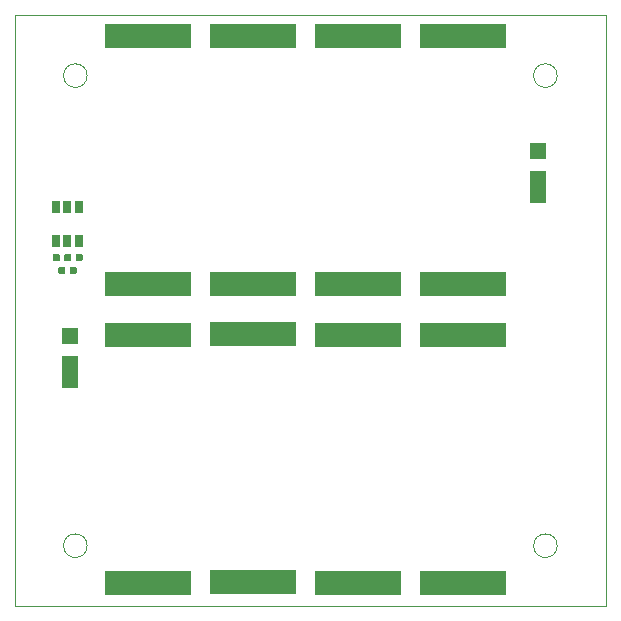
<source format=gbr>
%TF.GenerationSoftware,KiCad,Pcbnew,(5.1.4)-1*%
%TF.CreationDate,2019-12-20T15:52:10-07:00*%
%TF.ProjectId,SolarCell+Y,536f6c61-7243-4656-9c6c-2b592e6b6963,rev?*%
%TF.SameCoordinates,Original*%
%TF.FileFunction,Paste,Top*%
%TF.FilePolarity,Positive*%
%FSLAX46Y46*%
G04 Gerber Fmt 4.6, Leading zero omitted, Abs format (unit mm)*
G04 Created by KiCad (PCBNEW (5.1.4)-1) date 2019-12-20 15:52:10*
%MOMM*%
%LPD*%
G04 APERTURE LIST*
%ADD10C,0.050000*%
%ADD11R,7.400000X2.000000*%
%ADD12R,1.400000X1.400000*%
%ADD13R,1.400000X2.700000*%
%ADD14R,0.700000X1.000000*%
%ADD15C,0.100000*%
%ADD16C,0.590000*%
G04 APERTURE END LIST*
D10*
X200000000Y-40000000D02*
X150000000Y-40000000D01*
X150000000Y-90000000D02*
X200000000Y-90000000D01*
X150000000Y-40000000D02*
X150000000Y-90000000D01*
X195900000Y-45100000D02*
G75*
G03X195900000Y-45100000I-1000000J0D01*
G01*
X156100000Y-84900000D02*
G75*
G03X156100000Y-84900000I-1000000J0D01*
G01*
X156100000Y-45100000D02*
G75*
G03X156100000Y-45100000I-1000000J0D01*
G01*
X195900000Y-84900000D02*
G75*
G03X195900000Y-84900000I-1000000J0D01*
G01*
X200000000Y-90000000D02*
X200000000Y-40000000D01*
D11*
X170180000Y-62738000D03*
X170180000Y-41738000D03*
X161290000Y-67056000D03*
X161290000Y-88056000D03*
X170180000Y-67011000D03*
X170180000Y-88011000D03*
X179070000Y-41738000D03*
X179070000Y-62738000D03*
X187960000Y-41738000D03*
X187960000Y-62738000D03*
X179070000Y-88056000D03*
X179070000Y-67056000D03*
X187960000Y-88056000D03*
X187960000Y-67056000D03*
D12*
X154686000Y-67111000D03*
D13*
X154686000Y-70161000D03*
D11*
X161290000Y-62738000D03*
X161290000Y-41738000D03*
D14*
X153482000Y-56208000D03*
X154432000Y-56208000D03*
X155382000Y-56208000D03*
X155382000Y-59108000D03*
X154432000Y-59108000D03*
X153482000Y-59108000D03*
D15*
G36*
X155586958Y-60183510D02*
G01*
X155601276Y-60185634D01*
X155615317Y-60189151D01*
X155628946Y-60194028D01*
X155642031Y-60200217D01*
X155654447Y-60207658D01*
X155666073Y-60216281D01*
X155676798Y-60226002D01*
X155686519Y-60236727D01*
X155695142Y-60248353D01*
X155702583Y-60260769D01*
X155708772Y-60273854D01*
X155713649Y-60287483D01*
X155717166Y-60301524D01*
X155719290Y-60315842D01*
X155720000Y-60330300D01*
X155720000Y-60675300D01*
X155719290Y-60689758D01*
X155717166Y-60704076D01*
X155713649Y-60718117D01*
X155708772Y-60731746D01*
X155702583Y-60744831D01*
X155695142Y-60757247D01*
X155686519Y-60768873D01*
X155676798Y-60779598D01*
X155666073Y-60789319D01*
X155654447Y-60797942D01*
X155642031Y-60805383D01*
X155628946Y-60811572D01*
X155615317Y-60816449D01*
X155601276Y-60819966D01*
X155586958Y-60822090D01*
X155572500Y-60822800D01*
X155277500Y-60822800D01*
X155263042Y-60822090D01*
X155248724Y-60819966D01*
X155234683Y-60816449D01*
X155221054Y-60811572D01*
X155207969Y-60805383D01*
X155195553Y-60797942D01*
X155183927Y-60789319D01*
X155173202Y-60779598D01*
X155163481Y-60768873D01*
X155154858Y-60757247D01*
X155147417Y-60744831D01*
X155141228Y-60731746D01*
X155136351Y-60718117D01*
X155132834Y-60704076D01*
X155130710Y-60689758D01*
X155130000Y-60675300D01*
X155130000Y-60330300D01*
X155130710Y-60315842D01*
X155132834Y-60301524D01*
X155136351Y-60287483D01*
X155141228Y-60273854D01*
X155147417Y-60260769D01*
X155154858Y-60248353D01*
X155163481Y-60236727D01*
X155173202Y-60226002D01*
X155183927Y-60216281D01*
X155195553Y-60207658D01*
X155207969Y-60200217D01*
X155221054Y-60194028D01*
X155234683Y-60189151D01*
X155248724Y-60185634D01*
X155263042Y-60183510D01*
X155277500Y-60182800D01*
X155572500Y-60182800D01*
X155586958Y-60183510D01*
X155586958Y-60183510D01*
G37*
D16*
X155425000Y-60502800D03*
D15*
G36*
X154616958Y-60183510D02*
G01*
X154631276Y-60185634D01*
X154645317Y-60189151D01*
X154658946Y-60194028D01*
X154672031Y-60200217D01*
X154684447Y-60207658D01*
X154696073Y-60216281D01*
X154706798Y-60226002D01*
X154716519Y-60236727D01*
X154725142Y-60248353D01*
X154732583Y-60260769D01*
X154738772Y-60273854D01*
X154743649Y-60287483D01*
X154747166Y-60301524D01*
X154749290Y-60315842D01*
X154750000Y-60330300D01*
X154750000Y-60675300D01*
X154749290Y-60689758D01*
X154747166Y-60704076D01*
X154743649Y-60718117D01*
X154738772Y-60731746D01*
X154732583Y-60744831D01*
X154725142Y-60757247D01*
X154716519Y-60768873D01*
X154706798Y-60779598D01*
X154696073Y-60789319D01*
X154684447Y-60797942D01*
X154672031Y-60805383D01*
X154658946Y-60811572D01*
X154645317Y-60816449D01*
X154631276Y-60819966D01*
X154616958Y-60822090D01*
X154602500Y-60822800D01*
X154307500Y-60822800D01*
X154293042Y-60822090D01*
X154278724Y-60819966D01*
X154264683Y-60816449D01*
X154251054Y-60811572D01*
X154237969Y-60805383D01*
X154225553Y-60797942D01*
X154213927Y-60789319D01*
X154203202Y-60779598D01*
X154193481Y-60768873D01*
X154184858Y-60757247D01*
X154177417Y-60744831D01*
X154171228Y-60731746D01*
X154166351Y-60718117D01*
X154162834Y-60704076D01*
X154160710Y-60689758D01*
X154160000Y-60675300D01*
X154160000Y-60330300D01*
X154160710Y-60315842D01*
X154162834Y-60301524D01*
X154166351Y-60287483D01*
X154171228Y-60273854D01*
X154177417Y-60260769D01*
X154184858Y-60248353D01*
X154193481Y-60236727D01*
X154203202Y-60226002D01*
X154213927Y-60216281D01*
X154225553Y-60207658D01*
X154237969Y-60200217D01*
X154251054Y-60194028D01*
X154264683Y-60189151D01*
X154278724Y-60185634D01*
X154293042Y-60183510D01*
X154307500Y-60182800D01*
X154602500Y-60182800D01*
X154616958Y-60183510D01*
X154616958Y-60183510D01*
G37*
D16*
X154455000Y-60502800D03*
D15*
G36*
X154621758Y-60183510D02*
G01*
X154636076Y-60185634D01*
X154650117Y-60189151D01*
X154663746Y-60194028D01*
X154676831Y-60200217D01*
X154689247Y-60207658D01*
X154700873Y-60216281D01*
X154711598Y-60226002D01*
X154721319Y-60236727D01*
X154729942Y-60248353D01*
X154737383Y-60260769D01*
X154743572Y-60273854D01*
X154748449Y-60287483D01*
X154751966Y-60301524D01*
X154754090Y-60315842D01*
X154754800Y-60330300D01*
X154754800Y-60675300D01*
X154754090Y-60689758D01*
X154751966Y-60704076D01*
X154748449Y-60718117D01*
X154743572Y-60731746D01*
X154737383Y-60744831D01*
X154729942Y-60757247D01*
X154721319Y-60768873D01*
X154711598Y-60779598D01*
X154700873Y-60789319D01*
X154689247Y-60797942D01*
X154676831Y-60805383D01*
X154663746Y-60811572D01*
X154650117Y-60816449D01*
X154636076Y-60819966D01*
X154621758Y-60822090D01*
X154607300Y-60822800D01*
X154312300Y-60822800D01*
X154297842Y-60822090D01*
X154283524Y-60819966D01*
X154269483Y-60816449D01*
X154255854Y-60811572D01*
X154242769Y-60805383D01*
X154230353Y-60797942D01*
X154218727Y-60789319D01*
X154208002Y-60779598D01*
X154198281Y-60768873D01*
X154189658Y-60757247D01*
X154182217Y-60744831D01*
X154176028Y-60731746D01*
X154171151Y-60718117D01*
X154167634Y-60704076D01*
X154165510Y-60689758D01*
X154164800Y-60675300D01*
X154164800Y-60330300D01*
X154165510Y-60315842D01*
X154167634Y-60301524D01*
X154171151Y-60287483D01*
X154176028Y-60273854D01*
X154182217Y-60260769D01*
X154189658Y-60248353D01*
X154198281Y-60236727D01*
X154208002Y-60226002D01*
X154218727Y-60216281D01*
X154230353Y-60207658D01*
X154242769Y-60200217D01*
X154255854Y-60194028D01*
X154269483Y-60189151D01*
X154283524Y-60185634D01*
X154297842Y-60183510D01*
X154312300Y-60182800D01*
X154607300Y-60182800D01*
X154621758Y-60183510D01*
X154621758Y-60183510D01*
G37*
D16*
X154459800Y-60502800D03*
D15*
G36*
X153651758Y-60183510D02*
G01*
X153666076Y-60185634D01*
X153680117Y-60189151D01*
X153693746Y-60194028D01*
X153706831Y-60200217D01*
X153719247Y-60207658D01*
X153730873Y-60216281D01*
X153741598Y-60226002D01*
X153751319Y-60236727D01*
X153759942Y-60248353D01*
X153767383Y-60260769D01*
X153773572Y-60273854D01*
X153778449Y-60287483D01*
X153781966Y-60301524D01*
X153784090Y-60315842D01*
X153784800Y-60330300D01*
X153784800Y-60675300D01*
X153784090Y-60689758D01*
X153781966Y-60704076D01*
X153778449Y-60718117D01*
X153773572Y-60731746D01*
X153767383Y-60744831D01*
X153759942Y-60757247D01*
X153751319Y-60768873D01*
X153741598Y-60779598D01*
X153730873Y-60789319D01*
X153719247Y-60797942D01*
X153706831Y-60805383D01*
X153693746Y-60811572D01*
X153680117Y-60816449D01*
X153666076Y-60819966D01*
X153651758Y-60822090D01*
X153637300Y-60822800D01*
X153342300Y-60822800D01*
X153327842Y-60822090D01*
X153313524Y-60819966D01*
X153299483Y-60816449D01*
X153285854Y-60811572D01*
X153272769Y-60805383D01*
X153260353Y-60797942D01*
X153248727Y-60789319D01*
X153238002Y-60779598D01*
X153228281Y-60768873D01*
X153219658Y-60757247D01*
X153212217Y-60744831D01*
X153206028Y-60731746D01*
X153201151Y-60718117D01*
X153197634Y-60704076D01*
X153195510Y-60689758D01*
X153194800Y-60675300D01*
X153194800Y-60330300D01*
X153195510Y-60315842D01*
X153197634Y-60301524D01*
X153201151Y-60287483D01*
X153206028Y-60273854D01*
X153212217Y-60260769D01*
X153219658Y-60248353D01*
X153228281Y-60236727D01*
X153238002Y-60226002D01*
X153248727Y-60216281D01*
X153260353Y-60207658D01*
X153272769Y-60200217D01*
X153285854Y-60194028D01*
X153299483Y-60189151D01*
X153313524Y-60185634D01*
X153327842Y-60183510D01*
X153342300Y-60182800D01*
X153637300Y-60182800D01*
X153651758Y-60183510D01*
X153651758Y-60183510D01*
G37*
D16*
X153489800Y-60502800D03*
D15*
G36*
X155078958Y-61275710D02*
G01*
X155093276Y-61277834D01*
X155107317Y-61281351D01*
X155120946Y-61286228D01*
X155134031Y-61292417D01*
X155146447Y-61299858D01*
X155158073Y-61308481D01*
X155168798Y-61318202D01*
X155178519Y-61328927D01*
X155187142Y-61340553D01*
X155194583Y-61352969D01*
X155200772Y-61366054D01*
X155205649Y-61379683D01*
X155209166Y-61393724D01*
X155211290Y-61408042D01*
X155212000Y-61422500D01*
X155212000Y-61767500D01*
X155211290Y-61781958D01*
X155209166Y-61796276D01*
X155205649Y-61810317D01*
X155200772Y-61823946D01*
X155194583Y-61837031D01*
X155187142Y-61849447D01*
X155178519Y-61861073D01*
X155168798Y-61871798D01*
X155158073Y-61881519D01*
X155146447Y-61890142D01*
X155134031Y-61897583D01*
X155120946Y-61903772D01*
X155107317Y-61908649D01*
X155093276Y-61912166D01*
X155078958Y-61914290D01*
X155064500Y-61915000D01*
X154769500Y-61915000D01*
X154755042Y-61914290D01*
X154740724Y-61912166D01*
X154726683Y-61908649D01*
X154713054Y-61903772D01*
X154699969Y-61897583D01*
X154687553Y-61890142D01*
X154675927Y-61881519D01*
X154665202Y-61871798D01*
X154655481Y-61861073D01*
X154646858Y-61849447D01*
X154639417Y-61837031D01*
X154633228Y-61823946D01*
X154628351Y-61810317D01*
X154624834Y-61796276D01*
X154622710Y-61781958D01*
X154622000Y-61767500D01*
X154622000Y-61422500D01*
X154622710Y-61408042D01*
X154624834Y-61393724D01*
X154628351Y-61379683D01*
X154633228Y-61366054D01*
X154639417Y-61352969D01*
X154646858Y-61340553D01*
X154655481Y-61328927D01*
X154665202Y-61318202D01*
X154675927Y-61308481D01*
X154687553Y-61299858D01*
X154699969Y-61292417D01*
X154713054Y-61286228D01*
X154726683Y-61281351D01*
X154740724Y-61277834D01*
X154755042Y-61275710D01*
X154769500Y-61275000D01*
X155064500Y-61275000D01*
X155078958Y-61275710D01*
X155078958Y-61275710D01*
G37*
D16*
X154917000Y-61595000D03*
D15*
G36*
X154108958Y-61275710D02*
G01*
X154123276Y-61277834D01*
X154137317Y-61281351D01*
X154150946Y-61286228D01*
X154164031Y-61292417D01*
X154176447Y-61299858D01*
X154188073Y-61308481D01*
X154198798Y-61318202D01*
X154208519Y-61328927D01*
X154217142Y-61340553D01*
X154224583Y-61352969D01*
X154230772Y-61366054D01*
X154235649Y-61379683D01*
X154239166Y-61393724D01*
X154241290Y-61408042D01*
X154242000Y-61422500D01*
X154242000Y-61767500D01*
X154241290Y-61781958D01*
X154239166Y-61796276D01*
X154235649Y-61810317D01*
X154230772Y-61823946D01*
X154224583Y-61837031D01*
X154217142Y-61849447D01*
X154208519Y-61861073D01*
X154198798Y-61871798D01*
X154188073Y-61881519D01*
X154176447Y-61890142D01*
X154164031Y-61897583D01*
X154150946Y-61903772D01*
X154137317Y-61908649D01*
X154123276Y-61912166D01*
X154108958Y-61914290D01*
X154094500Y-61915000D01*
X153799500Y-61915000D01*
X153785042Y-61914290D01*
X153770724Y-61912166D01*
X153756683Y-61908649D01*
X153743054Y-61903772D01*
X153729969Y-61897583D01*
X153717553Y-61890142D01*
X153705927Y-61881519D01*
X153695202Y-61871798D01*
X153685481Y-61861073D01*
X153676858Y-61849447D01*
X153669417Y-61837031D01*
X153663228Y-61823946D01*
X153658351Y-61810317D01*
X153654834Y-61796276D01*
X153652710Y-61781958D01*
X153652000Y-61767500D01*
X153652000Y-61422500D01*
X153652710Y-61408042D01*
X153654834Y-61393724D01*
X153658351Y-61379683D01*
X153663228Y-61366054D01*
X153669417Y-61352969D01*
X153676858Y-61340553D01*
X153685481Y-61328927D01*
X153695202Y-61318202D01*
X153705927Y-61308481D01*
X153717553Y-61299858D01*
X153729969Y-61292417D01*
X153743054Y-61286228D01*
X153756683Y-61281351D01*
X153770724Y-61277834D01*
X153785042Y-61275710D01*
X153799500Y-61275000D01*
X154094500Y-61275000D01*
X154108958Y-61275710D01*
X154108958Y-61275710D01*
G37*
D16*
X153947000Y-61595000D03*
D12*
X194310000Y-51490000D03*
D13*
X194310000Y-54540000D03*
M02*

</source>
